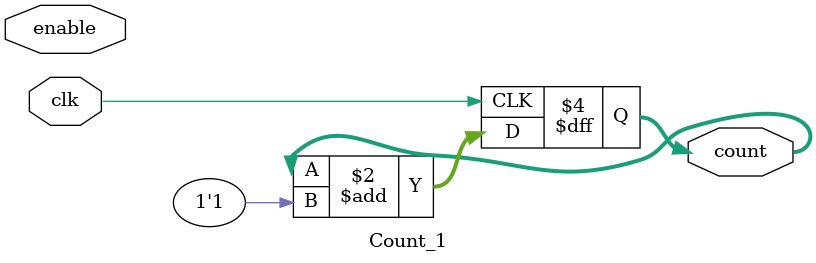
<source format=v>
`timescale 1ns / 1psmodule Count_1(    input clk,    output reg[7:0] count,    input enable    );    initial count = 0;always @ (posedge clk) begin    count <= count + 1'b1;endendmodule
</source>
